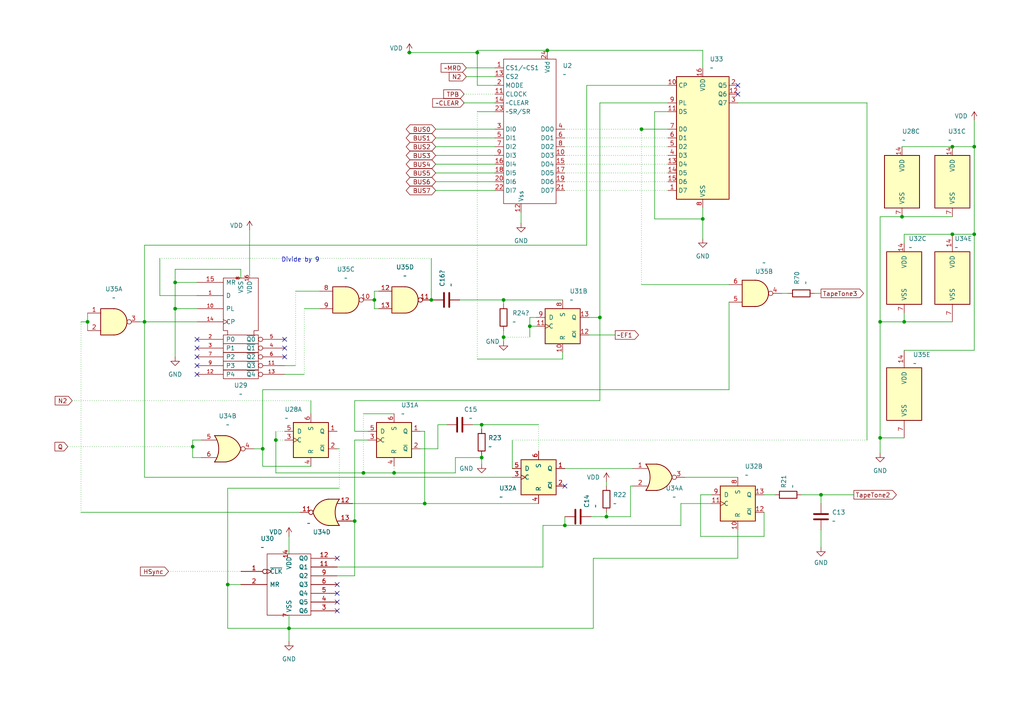
<source format=kicad_sch>
(kicad_sch (version 20211123) (generator eeschema)
  (paper "A4")
  (lib_symbols
    (symbol "4xxx:4001" (pin_names (offset 1.016))
      (property "Reference" "U" (at 0 1.27 0))
      (property "Value" "4001" (at 0 -1.27 0))
      (symbol "4001_1_1"
        (arc (start -3.81 -3.81) (mid -2.589 0) (end -3.81 3.81) (stroke (width 0.254)))
        (arc (start -0.6096 -3.81) (mid 2.1842 -2.5851) (end 3.81 0) (stroke (width 0.254)) (fill (type background)))
        (polyline (pts (xy -3.81 -3.81) (xy -0.635 -3.81)) (stroke (width 0.254)) (fill (type background)))
        (polyline (pts (xy -3.81 3.81) (xy -0.635 3.81)) (stroke (width 0.254)) (fill (type background)))
        (polyline (pts (xy -0.635 3.81) (xy -3.81 3.81) (xy -3.81 3.81) (xy -3.556 3.4036) (xy -3.0226 2.2606) (xy -2.6924 1.0414) (xy -2.6162 -0.254) (xy -2.7686 -1.4986) (xy -3.175 -2.7178) (xy -3.81 -3.81) (xy -3.81 -3.81) (xy -0.635 -3.81)) (stroke (width -25.4)) (fill (type background)))
        (arc (start 3.81 0) (mid 2.1915 2.5936) (end -0.6096 3.81) (stroke (width 0.254)) (fill (type background)))
        (pin input line (at -7.62 2.54 0) (length 4.318) (name "~") (number "1"))
        (pin input line (at -7.62 -2.54 0) (length 4.318) (name "~") (number "2"))
        (pin output inverted (at 7.62 0 180) (length 3.81) (name "~") (number "3"))
      )
      (symbol "4001_1_2"
        (arc (start 0 -3.81) (mid 3.81 0) (end 0 3.81) (stroke (width 0.254)) (fill (type background)))
        (polyline (pts (xy 0 3.81) (xy -3.81 3.81) (xy -3.81 -3.81) (xy 0 -3.81)) (stroke (width 0.254)) (fill (type background)))
        (pin input inverted (at -7.62 2.54 0) (length 3.81) (name "~") (number "1"))
        (pin input inverted (at -7.62 -2.54 0) (length 3.81) (name "~") (number "2"))
        (pin output line (at 7.62 0 180) (length 3.81) (name "~") (number "3"))
      )
      (symbol "4001_2_1"
        (arc (start -3.81 -3.81) (mid -2.589 0) (end -3.81 3.81) (stroke (width 0.254)))
        (arc (start -0.6096 -3.81) (mid 2.1842 -2.5851) (end 3.81 0) (stroke (width 0.254)) (fill (type background)))
        (polyline (pts (xy -3.81 -3.81) (xy -0.635 -3.81)) (stroke (width 0.254)) (fill (type background)))
        (polyline (pts (xy -3.81 3.81) (xy -0.635 3.81)) (stroke (width 0.254)) (fill (type background)))
        (polyline (pts (xy -0.635 3.81) (xy -3.81 3.81) (xy -3.81 3.81) (xy -3.556 3.4036) (xy -3.0226 2.2606) (xy -2.6924 1.0414) (xy -2.6162 -0.254) (xy -2.7686 -1.4986) (xy -3.175 -2.7178) (xy -3.81 -3.81) (xy -3.81 -3.81) (xy -0.635 -3.81)) (stroke (width -25.4)) (fill (type background)))
        (arc (start 3.81 0) (mid 2.1915 2.5936) (end -0.6096 3.81) (stroke (width 0.254)) (fill (type background)))
        (pin output inverted (at 7.62 0 180) (length 3.81) (name "~") (number "4"))
        (pin input line (at -7.62 2.54 0) (length 4.318) (name "~") (number "5"))
        (pin input line (at -7.62 -2.54 0) (length 4.318) (name "~") (number "6"))
      )
      (symbol "4001_2_2"
        (arc (start 0 -3.81) (mid 3.81 0) (end 0 3.81) (stroke (width 0.254)) (fill (type background)))
        (polyline (pts (xy 0 3.81) (xy -3.81 3.81) (xy -3.81 -3.81) (xy 0 -3.81)) (stroke (width 0.254)) (fill (type background)))
        (pin output line (at 7.62 0 180) (length 3.81) (name "~") (number "4"))
        (pin input inverted (at -7.62 2.54 0) (length 3.81) (name "~") (number "5"))
        (pin input inverted (at -7.62 -2.54 0) (length 3.81) (name "~") (number "6"))
      )
      (symbol "4001_3_1"
        (arc (start -3.81 -3.81) (mid -2.589 0) (end -3.81 3.81) (stroke (width 0.254)))
        (arc (start -0.6096 -3.81) (mid 2.1842 -2.5851) (end 3.81 0) (stroke (width 0.254)) (fill (type background)))
        (polyline (pts (xy -3.81 -3.81) (xy -0.635 -3.81)) (stroke (width 0.254)) (fill (type background)))
        (polyline (pts (xy -3.81 3.81) (xy -0.635 3.81)) (stroke (width 0.254)) (fill (type background)))
        (polyline (pts (xy -0.635 3.81) (xy -3.81 3.81) (xy -3.81 3.81) (xy -3.556 3.4036) (xy -3.0226 2.2606) (xy -2.6924 1.0414) (xy -2.6162 -0.254) (xy -2.7686 -1.4986) (xy -3.175 -2.7178) (xy -3.81 -3.81) (xy -3.81 -3.81) (xy -0.635 -3.81)) (stroke (width -25.4)) (fill (type background)))
        (arc (start 3.81 0) (mid 2.1915 2.5936) (end -0.6096 3.81) (stroke (width 0.254)) (fill (type background)))
        (pin output inverted (at 7.62 0 180) (length 3.81) (name "~") (number "10"))
        (pin input line (at -7.62 2.54 0) (length 4.318) (name "~") (number "8"))
        (pin input line (at -7.62 -2.54 0) (length 4.318) (name "~") (number "9"))
      )
      (symbol "4001_3_2"
        (arc (start 0 -3.81) (mid 3.81 0) (end 0 3.81) (stroke (width 0.254)) (fill (type background)))
        (polyline (pts (xy 0 3.81) (xy -3.81 3.81) (xy -3.81 -3.81) (xy 0 -3.81)) (stroke (width 0.254)) (fill (type background)))
        (pin output line (at 7.62 0 180) (length 3.81) (name "~") (number "10"))
        (pin input inverted (at -7.62 2.54 0) (length 3.81) (name "~") (number "8"))
        (pin input inverted (at -7.62 -2.54 0) (length 3.81) (name "~") (number "9"))
      )
      (symbol "4001_4_1"
        (arc (start -3.81 -3.81) (mid -2.589 0) (end -3.81 3.81) (stroke (width 0.254)))
        (arc (start -0.6096 -3.81) (mid 2.1842 -2.5851) (end 3.81 0) (stroke (width 0.254)) (fill (type background)))
        (polyline (pts (xy -3.81 -3.81) (xy -0.635 -3.81)) (stroke (width 0.254)) (fill (type background)))
        (polyline (pts (xy -3.81 3.81) (xy -0.635 3.81)) (stroke (width 0.254)) (fill (type background)))
        (polyline (pts (xy -0.635 3.81) (xy -3.81 3.81) (xy -3.81 3.81) (xy -3.556 3.4036) (xy -3.0226 2.2606) (xy -2.6924 1.0414) (xy -2.6162 -0.254) (xy -2.7686 -1.4986) (xy -3.175 -2.7178) (xy -3.81 -3.81) (xy -3.81 -3.81) (xy -0.635 -3.81)) (stroke (width -25.4)) (fill (type background)))
        (arc (start 3.81 0) (mid 2.1915 2.5936) (end -0.6096 3.81) (stroke (width 0.254)) (fill (type background)))
        (pin output inverted (at 7.62 0 180) (length 3.81) (name "~") (number "11"))
        (pin input line (at -7.62 2.54 0) (length 4.318) (name "~") (number "12"))
        (pin input line (at -7.62 -2.54 0) (length 4.318) (name "~") (number "13"))
      )
      (symbol "4001_4_2"
        (arc (start 0 -3.81) (mid 3.81 0) (end 0 3.81) (stroke (width 0.254)) (fill (type background)))
        (polyline (pts (xy 0 3.81) (xy -3.81 3.81) (xy -3.81 -3.81) (xy 0 -3.81)) (stroke (width 0.254)) (fill (type background)))
        (pin output line (at 7.62 0 180) (length 3.81) (name "~") (number "11"))
        (pin input inverted (at -7.62 2.54 0) (length 3.81) (name "~") (number "12"))
        (pin input inverted (at -7.62 -2.54 0) (length 3.81) (name "~") (number "13"))
      )
      (symbol "4001_5_0"
        (pin power_in line (at 0 12.7 270) (length 5.08) (name "VDD") (number "14"))
        (pin power_in line (at 0 -12.7 90) (length 5.08) (name "VSS") (number "7"))
      )
      (symbol "4001_5_1"
        (rectangle (start -5.08 7.62) (end 5.08 -7.62) (stroke (width 0.254)) (fill (type background)))
      )
    )
    (symbol "4xxx:4011" (pin_names (offset 1.016))
      (property "Reference" "U" (at 0 1.27 0))
      (property "Value" "4011" (at 0 -1.27 0))
      (symbol "4011_1_1"
        (arc (start 0 -3.81) (mid 3.81 0) (end 0 3.81) (stroke (width 0.254)) (fill (type background)))
        (polyline (pts (xy 0 3.81) (xy -3.81 3.81) (xy -3.81 -3.81) (xy 0 -3.81)) (stroke (width 0.254)) (fill (type background)))
        (pin input line (at -7.62 2.54 0) (length 3.81) (name "~") (number "1"))
        (pin input line (at -7.62 -2.54 0) (length 3.81) (name "~") (number "2"))
        (pin output inverted (at 7.62 0 180) (length 3.81) (name "~") (number "3"))
      )
      (symbol "4011_1_2"
        (arc (start -3.81 -3.81) (mid -2.589 0) (end -3.81 3.81) (stroke (width 0.254)))
        (arc (start -0.6096 -3.81) (mid 2.1842 -2.5851) (end 3.81 0) (stroke (width 0.254)) (fill (type background)))
        (polyline (pts (xy -3.81 -3.81) (xy -0.635 -3.81)) (stroke (width 0.254)) (fill (type background)))
        (polyline (pts (xy -3.81 3.81) (xy -0.635 3.81)) (stroke (width 0.254)) (fill (type background)))
        (polyline (pts (xy -0.635 3.81) (xy -3.81 3.81) (xy -3.81 3.81) (xy -3.556 3.4036) (xy -3.0226 2.2606) (xy -2.6924 1.0414) (xy -2.6162 -0.254) (xy -2.7686 -1.4986) (xy -3.175 -2.7178) (xy -3.81 -3.81) (xy -3.81 -3.81) (xy -0.635 -3.81)) (stroke (width -25.4)) (fill (type background)))
        (arc (start 3.81 0) (mid 2.1915 2.5936) (end -0.6096 3.81) (stroke (width 0.254)) (fill (type background)))
        (pin input inverted (at -7.62 2.54 0) (length 4.318) (name "~") (number "1"))
        (pin input inverted (at -7.62 -2.54 0) (length 4.318) (name "~") (number "2"))
        (pin output line (at 7.62 0 180) (length 3.81) (name "~") (number "3"))
      )
      (symbol "4011_2_1"
        (arc (start 0 -3.81) (mid 3.81 0) (end 0 3.81) (stroke (width 0.254)) (fill (type background)))
        (polyline (pts (xy 0 3.81) (xy -3.81 3.81) (xy -3.81 -3.81) (xy 0 -3.81)) (stroke (width 0.254)) (fill (type background)))
        (pin output inverted (at 7.62 0 180) (length 3.81) (name "~") (number "4"))
        (pin input line (at -7.62 2.54 0) (length 3.81) (name "~") (number "5"))
        (pin input line (at -7.62 -2.54 0) (length 3.81) (name "~") (number "6"))
      )
      (symbol "4011_2_2"
        (arc (start -3.81 -3.81) (mid -2.589 0) (end -3.81 3.81) (stroke (width 0.254)))
        (arc (start -0.6096 -3.81) (mid 2.1842 -2.5851) (end 3.81 0) (stroke (width 0.254)) (fill (type background)))
        (polyline (pts (xy -3.81 -3.81) (xy -0.635 -3.81)) (stroke (width 0.254)) (fill (type background)))
        (polyline (pts (xy -3.81 3.81) (xy -0.635 3.81)) (stroke (width 0.254)) (fill (type background)))
        (polyline (pts (xy -0.635 3.81) (xy -3.81 3.81) (xy -3.81 3.81) (xy -3.556 3.4036) (xy -3.0226 2.2606) (xy -2.6924 1.0414) (xy -2.6162 -0.254) (xy -2.7686 -1.4986) (xy -3.175 -2.7178) (xy -3.81 -3.81) (xy -3.81 -3.81) (xy -0.635 -3.81)) (stroke (width -25.4)) (fill (type background)))
        (arc (start 3.81 0) (mid 2.1915 2.5936) (end -0.6096 3.81) (stroke (width 0.254)) (fill (type background)))
        (pin output line (at 7.62 0 180) (length 3.81) (name "~") (number "4"))
        (pin input inverted (at -7.62 2.54 0) (length 4.318) (name "~") (number "5"))
        (pin input inverted (at -7.62 -2.54 0) (length 4.318) (name "~") (number "6"))
      )
      (symbol "4011_3_1"
        (arc (start 0 -3.81) (mid 3.81 0) (end 0 3.81) (stroke (width 0.254)) (fill (type background)))
        (polyline (pts (xy 0 3.81) (xy -3.81 3.81) (xy -3.81 -3.81) (xy 0 -3.81)) (stroke (width 0.254)) (fill (type background)))
        (pin output inverted (at 7.62 0 180) (length 3.81) (name "~") (number "10"))
        (pin input line (at -7.62 2.54 0) (length 3.81) (name "~") (number "8"))
        (pin input line (at -7.62 -2.54 0) (length 3.81) (name "~") (number "9"))
      )
      (symbol "4011_3_2"
        (arc (start -3.81 -3.81) (mid -2.589 0) (end -3.81 3.81) (stroke (width 0.254)))
        (arc (start -0.6096 -3.81) (mid 2.1842 -2.5851) (end 3.81 0) (stroke (width 0.254)) (fill (type background)))
        (polyline (pts (xy -3.81 -3.81) (xy -0.635 -3.81)) (stroke (width 0.254)) (fill (type background)))
        (polyline (pts (xy -3.81 3.81) (xy -0.635 3.81)) (stroke (width 0.254)) (fill (type background)))
        (polyline (pts (xy -0.635 3.81) (xy -3.81 3.81) (xy -3.81 3.81) (xy -3.556 3.4036) (xy -3.0226 2.2606) (xy -2.6924 1.0414) (xy -2.6162 -0.254) (xy -2.7686 -1.4986) (xy -3.175 -2.7178) (xy -3.81 -3.81) (xy -3.81 -3.81) (xy -0.635 -3.81)) (stroke (width -25.4)) (fill (type background)))
        (arc (start 3.81 0) (mid 2.1915 2.5936) (end -0.6096 3.81) (stroke (width 0.254)) (fill (type background)))
        (pin output line (at 7.62 0 180) (length 3.81) (name "~") (number "10"))
        (pin input inverted (at -7.62 2.54 0) (length 4.318) (name "~") (number "8"))
        (pin input inverted (at -7.62 -2.54 0) (length 4.318) (name "~") (number "9"))
      )
      (symbol "4011_4_1"
        (arc (start 0 -3.81) (mid 3.81 0) (end 0 3.81) (stroke (width 0.254)) (fill (type background)))
        (polyline (pts (xy 0 3.81) (xy -3.81 3.81) (xy -3.81 -3.81) (xy 0 -3.81)) (stroke (width 0.254)) (fill (type background)))
        (pin output inverted (at 7.62 0 180) (length 3.81) (name "~") (number "11"))
        (pin input line (at -7.62 2.54 0) (length 3.81) (name "~") (number "12"))
        (pin input line (at -7.62 -2.54 0) (length 3.81) (name "~") (number "13"))
      )
      (symbol "4011_4_2"
        (arc (start -3.81 -3.81) (mid -2.589 0) (end -3.81 3.81) (stroke (width 0.254)))
        (arc (start -0.6096 -3.81) (mid 2.1842 -2.5851) (end 3.81 0) (stroke (width 0.254)) (fill (type background)))
        (polyline (pts (xy -3.81 -3.81) (xy -0.635 -3.81)) (stroke (width 0.254)) (fill (type background)))
        (polyline (pts (xy -3.81 3.81) (xy -0.635 3.81)) (stroke (width 0.254)) (fill (type background)))
        (polyline (pts (xy -0.635 3.81) (xy -3.81 3.81) (xy -3.81 3.81) (xy -3.556 3.4036) (xy -3.0226 2.2606) (xy -2.6924 1.0414) (xy -2.6162 -0.254) (xy -2.7686 -1.4986) (xy -3.175 -2.7178) (xy -3.81 -3.81) (xy -3.81 -3.81) (xy -0.635 -3.81)) (stroke (width -25.4)) (fill (type background)))
        (arc (start 3.81 0) (mid 2.1915 2.5936) (end -0.6096 3.81) (stroke (width 0.254)) (fill (type background)))
        (pin output line (at 7.62 0 180) (length 3.81) (name "~") (number "11"))
        (pin input inverted (at -7.62 2.54 0) (length 4.318) (name "~") (number "12"))
        (pin input inverted (at -7.62 -2.54 0) (length 4.318) (name "~") (number "13"))
      )
      (symbol "4011_5_0"
        (pin power_in line (at 0 12.7 270) (length 5.08) (name "VDD") (number "14"))
        (pin power_in line (at 0 -12.7 90) (length 5.08) (name "VSS") (number "7"))
      )
      (symbol "4011_5_1"
        (rectangle (start -5.08 7.62) (end 5.08 -7.62) (stroke (width 0.254)) (fill (type background)))
      )
    )
    (symbol "4xxx:4013" (pin_names (offset 1.016))
      (property "Reference" "U" (at -7.62 8.89 0))
      (property "Value" "4013" (at -7.62 -8.89 0))
      (symbol "4013_1_1"
        (rectangle (start -5.08 5.08) (end 5.08 -5.08) (stroke (width 0.254)) (fill (type background)))
        (pin output line (at 7.62 2.54 180) (length 2.54) (name "Q") (number "1"))
        (pin output line (at 7.62 -2.54 180) (length 2.54) (name "~{Q}") (number "2"))
        (pin input clock (at -7.62 0 0) (length 2.54) (name "C") (number "3"))
        (pin input line (at 0 -7.62 90) (length 2.54) (name "R") (number "4"))
        (pin input line (at -7.62 2.54 0) (length 2.54) (name "D") (number "5"))
        (pin input line (at 0 7.62 270) (length 2.54) (name "S") (number "6"))
      )
      (symbol "4013_2_1"
        (rectangle (start -5.08 5.08) (end 5.08 -5.08) (stroke (width 0.254)) (fill (type background)))
        (pin input line (at 0 -7.62 90) (length 2.54) (name "R") (number "10"))
        (pin input clock (at -7.62 0 0) (length 2.54) (name "C") (number "11"))
        (pin output line (at 7.62 -2.54 180) (length 2.54) (name "~{Q}") (number "12"))
        (pin output line (at 7.62 2.54 180) (length 2.54) (name "Q") (number "13"))
        (pin input line (at 0 7.62 270) (length 2.54) (name "S") (number "8"))
        (pin input line (at -7.62 2.54 0) (length 2.54) (name "D") (number "9"))
      )
      (symbol "4013_3_0"
        (pin power_in line (at 0 10.16 270) (length 2.54) (name "VDD") (number "14"))
        (pin power_in line (at 0 -10.16 90) (length 2.54) (name "VSS") (number "7"))
      )
      (symbol "4013_3_1"
        (rectangle (start -5.08 7.62) (end 5.08 -7.62) (stroke (width 0.254)) (fill (type background)))
      )
    )
    (symbol "4xxx:4021"
      (property "Reference" "U" (at -5.08 19.05 0))
      (property "Value" "4021" (at 3.81 19.05 0))
      (symbol "4021_0_1"
        (rectangle (start -7.62 17.78) (end 7.62 -17.78) (stroke (width 0.254)) (fill (type background)))
      )
      (symbol "4021_1_1"
        (pin input line (at -10.16 -15.24 0) (length 2.54) (name "D7") (number "1"))
        (pin input line (at -10.16 15.24 0) (length 2.54) (name "CP") (number "10"))
        (pin input line (at -10.16 7.62 0) (length 2.54) (name "DS") (number "11"))
        (pin output line (at 10.16 12.7 180) (length 2.54) (name "Q6") (number "12"))
        (pin input line (at -10.16 -7.62 0) (length 2.54) (name "D4") (number "13"))
        (pin input line (at -10.16 -10.16 0) (length 2.54) (name "D5") (number "14"))
        (pin input line (at -10.16 -12.7 0) (length 2.54) (name "D6") (number "15"))
        (pin power_in line (at 0 20.32 270) (length 2.54) (name "VDD") (number "16"))
        (pin output line (at 10.16 15.24 180) (length 2.54) (name "Q5") (number "2"))
        (pin output line (at 10.16 10.16 180) (length 2.54) (name "Q7") (number "3"))
        (pin input line (at -10.16 -5.08 0) (length 2.54) (name "D3") (number "4"))
        (pin input line (at -10.16 -2.54 0) (length 2.54) (name "D2") (number "5"))
        (pin input line (at -10.16 0 0) (length 2.54) (name "D1") (number "6"))
        (pin input line (at -10.16 2.54 0) (length 2.54) (name "D0") (number "7"))
        (pin power_in line (at 0 -20.32 90) (length 2.54) (name "VSS") (number "8"))
        (pin input line (at -10.16 10.16 0) (length 2.54) (name "PL") (number "9"))
      )
    )
    (symbol "4xxx_IEEE:4018" (pin_names (offset 0.762))
      (property "Reference" "U" (at 8.89 11.43 0))
      (property "Value" "4018" (at 10.16 -17.78 0))
      (symbol "4018_0_1"
        (rectangle (start -5.08 -13.97) (end 5.08 -16.51))
        (rectangle (start -5.08 -11.43) (end 5.08 -13.97))
        (rectangle (start -5.08 -8.89) (end 5.08 -11.43))
        (rectangle (start -5.08 -6.35) (end 5.08 -8.89))
        (rectangle (start -5.08 -3.81) (end 5.08 -6.35))
        (polyline (pts (xy -3.81 -3.81) (xy -3.81 -2.54) (xy -5.08 -2.54) (xy -5.08 12.7) (xy 5.08 12.7) (xy 5.08 -2.54) (xy 3.81 -2.54) (xy 3.81 -3.81) (xy 3.81 -3.81)))
      )
      (symbol "4018_1_1"
        (pin input line (at -12.7 7.62 0) (length 7.62) (name "D") (number "1"))
        (pin input line (at -12.7 3.81 0) (length 7.62) (name "PL") (number "10"))
        (pin output inverted (at 12.7 -12.7 180) (length 7.62) (name "~{Q3}") (number "11"))
        (pin input line (at -12.7 -15.24 0) (length 7.62) (name "P4") (number "12"))
        (pin output inverted (at 12.7 -15.24 180) (length 7.62) (name "~{Q4}") (number "13"))
        (pin input clock (at -12.7 0 0) (length 7.62) (name "CP") (number "14"))
        (pin input line (at -12.7 11.43 0) (length 7.62) (name "MR") (number "15"))
        (pin power_in line (at 2.54 12.7 270) (length 0) (name "VDD") (number "16"))
        (pin input line (at -12.7 -5.08 0) (length 7.62) (name "P0") (number "2"))
        (pin input line (at -12.7 -7.62 0) (length 7.62) (name "P1") (number "3"))
        (pin output inverted (at 12.7 -7.62 180) (length 7.62) (name "~{Q1}") (number "4"))
        (pin output inverted (at 12.7 -5.08 180) (length 7.62) (name "~{Q0}") (number "5"))
        (pin output inverted (at 12.7 -10.16 180) (length 7.62) (name "~{Q2}") (number "6"))
        (pin input line (at -12.7 -10.16 0) (length 7.62) (name "P2") (number "7"))
        (pin power_in line (at 0 12.7 270) (length 0) (name "VSS") (number "8"))
        (pin input line (at -12.7 -12.7 0) (length 7.62) (name "P3") (number "9"))
      )
    )
    (symbol "4xxx_IEEE:4024" (pin_names (offset 0.762))
      (property "Reference" "U" (at 5.08 11.43 0))
      (property "Value" "4024" (at 10.16 -10.16 0))
      (symbol "4024_0_0"
        (rectangle (start -6.35 10.16) (end 6.35 -7.62))
        (pin power_in line (at 0 10.16 270) (length 0) (name "VDD") (number "14"))
        (pin power_in line (at 0 -7.62 90) (length 0) (name "VSS") (number "7"))
      )
      (symbol "4024_1_1"
        (pin input inverted_clock (at -13.97 5.08 0) (length 7.62) (name "~{CLK}") (number "1"))
        (pin output line (at 13.97 6.35 180) (length 7.62) (name "Q1") (number "11"))
        (pin output line (at 13.97 8.89 180) (length 7.62) (name "Q0") (number "12"))
        (pin input line (at -13.97 1.27 0) (length 7.62) (name "MR") (number "2"))
        (pin output line (at 13.97 -6.35 180) (length 7.62) (name "Q6") (number "3"))
        (pin output line (at 13.97 -3.81 180) (length 7.62) (name "Q5") (number "4"))
        (pin output line (at 13.97 -1.27 180) (length 7.62) (name "Q4") (number "5"))
        (pin output line (at 13.97 1.27 180) (length 7.62) (name "Q3") (number "6"))
        (pin output line (at 13.97 3.81 180) (length 7.62) (name "Q2") (number "9"))
      )
    )
    (symbol "Device:C" (pin_numbers hide) (pin_names (offset 0.254))
      (property "Reference" "C" (at 0.635 2.54 0))
      (property "Value" "C" (at 0.635 -2.54 0))
      (symbol "C_0_1"
        (polyline (pts (xy -2.032 -0.762) (xy 2.032 -0.762)) (stroke (width 0.508)))
        (polyline (pts (xy -2.032 0.762) (xy 2.032 0.762)) (stroke (width 0.508)))
      )
      (symbol "C_1_1"
        (pin passive line (at 0 3.81 270) (length 2.794) (name "~") (number "1"))
        (pin passive line (at 0 -3.81 90) (length 2.794) (name "~") (number "2"))
      )
    )
    (symbol "Device:R" (pin_numbers hide) (pin_names (offset 0))
      (property "Reference" "R" (at 2.032 0 90))
      (property "Value" "R" (at 0 0 90))
      (symbol "R_0_1"
        (rectangle (start -1.016 -2.54) (end 1.016 2.54) (stroke (width 0.254)))
      )
      (symbol "R_1_1"
        (pin passive line (at 0 3.81 270) (length 1.27) (name "~") (number "1"))
        (pin passive line (at 0 -3.81 90) (length 1.27) (name "~") (number "2"))
      )
    )
    (symbol "New_Library:CDP1852"
      (property "Reference" "U" (at 0 21.59 0))
      (property "Value" "CDP1852" (at 0 24.13 0))
      (symbol "CDP1852_0_1"
        (rectangle (start -7.62 19.05) (end 7.62 -22.86))
      )
      (symbol "CDP1852_1_1"
        (pin input line (at -10.16 16.51 0) (length 2.54) (name "CS1/~CS1") (number "1"))
        (pin output line (at 10.16 -8.89 180) (length 2.54) (name "DO3") (number "10"))
        (pin input line (at -10.16 8.89 0) (length 2.54) (name "CLOCK") (number "11"))
        (pin power_in line (at -2.54 -25.4 90) (length 2.54) (name "Vss") (number "12"))
        (pin input line (at -10.16 13.97 0) (length 2.54) (name "CS2") (number "13"))
        (pin input line (at -10.16 6.35 0) (length 2.54) (name "~CLEAR") (number "14"))
        (pin output line (at 10.16 -11.43 180) (length 2.54) (name "DO4") (number "15"))
        (pin input line (at -10.16 -11.43 0) (length 2.54) (name "DI4") (number "16"))
        (pin output line (at 10.16 -13.97 180) (length 2.54) (name "DO5") (number "17"))
        (pin input line (at -10.16 -13.97 0) (length 2.54) (name "DI5") (number "18"))
        (pin output line (at 10.16 -16.51 180) (length 2.54) (name "DO6") (number "19"))
        (pin input line (at -10.16 11.43 0) (length 2.54) (name "MODE") (number "2"))
        (pin input line (at -10.16 -16.51 0) (length 2.54) (name "DI6") (number "20"))
        (pin output line (at 10.16 -19.05 180) (length 2.54) (name "DO7") (number "21"))
        (pin input line (at -10.16 -19.05 0) (length 2.54) (name "DI7") (number "22"))
        (pin input line (at -10.16 3.81 0) (length 2.54) (name "~SR/SR") (number "23"))
        (pin power_in line (at 5.08 21.59 270) (length 2.54) (name "Vdd") (number "24"))
        (pin input line (at -10.16 -1.27 0) (length 2.54) (name "DI0") (number "3"))
        (pin output line (at 10.16 -1.27 180) (length 2.54) (name "DO0") (number "4"))
        (pin input line (at -10.16 -3.81 0) (length 2.54) (name "DI1") (number "5"))
        (pin output line (at 10.16 -3.81 180) (length 2.54) (name "DO1") (number "6"))
        (pin input line (at -10.16 -6.35 0) (length 2.54) (name "DI2") (number "7"))
        (pin output line (at 10.16 -6.35 180) (length 2.54) (name "DO2") (number "8"))
        (pin input line (at -10.16 -8.89 0) (length 2.54) (name "DI3") (number "9"))
      )
    )
    (symbol "power:GND" (power) (pin_names (offset 0))
      (property "Value" "GND" (at 0 -3.81 0))
      (symbol "GND_0_1"
        (polyline (pts (xy 0 0) (xy 0 -1.27) (xy 1.27 -1.27) (xy 0 -2.54) (xy -1.27 -1.27) (xy 0 -1.27)))
      )
      (symbol "GND_1_1"
        (pin power_in line (at 0 0 270) (length 0) hide (name "GND") (number "1"))
      )
    )
    (symbol "power:VDD" (power) (pin_names (offset 0))
      (property "Value" "VDD" (at 0 3.81 0))
      (symbol "VDD_0_1"
        (polyline (pts (xy -0.762 1.27) (xy 0 2.54)))
        (polyline (pts (xy 0 0) (xy 0 2.54)))
        (polyline (pts (xy 0 2.54) (xy 0.762 1.27)))
      )
      (symbol "VDD_1_1"
        (pin power_in line (at 0 0 90) (length 0) hide (name "VDD") (number "1"))
      )
    )
  )
  (junction (at 255.27 93.345))
  (junction (at 158.75 14.605))
  (junction (at 55.88 129.54))
  (junction (at 261.62 62.865))
  (junction (at 125.095 86.995))
  (junction (at 139.7 123.19))
  (junction (at 50.8 81.915))
  (junction (at 83.82 182.245))
  (junction (at 238.125 143.51))
  (junction (at 108.585 86.995))
  (junction (at 25.4 93.345))
  (junction (at 114.3 137.16))
  (junction (at 276.225 42.545))
  (junction (at 282.575 42.545))
  (junction (at 50.8 89.535))
  (junction (at 186.055 37.465))
  (junction (at 123.19 146.05))
  (junction (at 203.835 63.5))
  (junction (at 102.87 151.13))
  (junction (at 175.895 149.86))
  (junction (at 255.27 127))
  (junction (at 163.83 152.4))
  (junction (at 139.7 132.715))
  (junction (at 105.41 137.16))
  (junction (at 80.01 127.635))
  (junction (at 41.91 93.345))
  (junction (at 76.2 130.175))
  (junction (at 138.43 15.24))
  (junction (at 262.255 93.345))
  (junction (at 146.05 86.995))
  (junction (at 66.04 169.545))
  (junction (at 173.99 92.075))
  (junction (at 146.05 97.79))
  (junction (at 282.575 67.945))
  (junction (at 118.745 15.24))
  (junction (at 153.67 94.615))
  (junction (at 276.225 67.945))
  (no_connect (at 163.83 140.97))
  (no_connect (at 82.55 98.425))
  (no_connect (at 82.55 100.965))
  (no_connect (at 82.55 103.505))
  (no_connect (at 57.15 98.425))
  (no_connect (at 57.15 100.965))
  (no_connect (at 57.15 103.505))
  (no_connect (at 57.15 106.045))
  (no_connect (at 57.15 108.585))
  (no_connect (at 97.79 169.545))
  (no_connect (at 97.79 161.925))
  (no_connect (at 97.79 172.085))
  (no_connect (at 97.79 174.625))
  (no_connect (at 97.79 177.165))
  (no_connect (at 213.995 27.305))
  (no_connect (at 213.995 24.765))
  (wire (pts (xy 255.27 93.345) (xy 255.27 127)))
  (wire (pts (xy 157.48 164.465) (xy 157.48 152.4)))
  (wire (pts (xy 175.895 149.86) (xy 175.895 148.59)))
  (wire (pts (xy 69.85 80.645) (xy 69.85 78.105)))
  (wire (pts (xy 125.095 74.93) (xy 46.355 74.93)) (stroke (width 0) (type dot)))
  (wire (pts (xy 186.055 82.55) (xy 211.455 82.55)))
  (wire (pts (xy 153.67 92.075) (xy 153.67 94.615)))
  (wire (pts (xy 236.22 85.09) (xy 238.125 85.09)))
  (wire (pts (xy 146.05 86.995) (xy 146.05 88.265)))
  (wire (pts (xy 170.815 97.155) (xy 178.435 97.155)))
  (wire (pts (xy 146.05 97.79) (xy 153.67 97.79)) (stroke (width 0) (type dot)))
  (wire (pts (xy 135.255 19.685) (xy 143.51 19.685)))
  (wire (pts (xy 123.19 146.05) (xy 156.21 146.05)))
  (wire (pts (xy 262.255 90.805) (xy 262.255 93.345)))
  (wire (pts (xy 126.365 42.545) (xy 143.51 42.545)))
  (wire (pts (xy 238.125 143.51) (xy 238.125 146.05)))
  (wire (pts (xy 221.615 155.575) (xy 221.615 148.59)))
  (wire (pts (xy 121.92 130.175) (xy 127 130.175)))
  (wire (pts (xy 126.365 37.465) (xy 143.51 37.465)))
  (wire (pts (xy 85.725 106.045) (xy 82.55 106.045)))
  (wire (pts (xy 50.8 81.915) (xy 57.15 81.915)))
  (wire (pts (xy 197.485 152.4) (xy 197.485 146.05)))
  (wire (pts (xy 114.3 120.015) (xy 105.41 120.015)))
  (wire (pts (xy 151.13 61.595) (xy 151.13 64.77)))
  (wire (pts (xy 76.2 135.255) (xy 90.17 135.255)))
  (wire (pts (xy 127 123.19) (xy 129.54 123.19)))
  (wire (pts (xy 126.365 52.705) (xy 143.51 52.705)))
  (wire (pts (xy 55.88 129.54) (xy 55.88 132.715)))
  (wire (pts (xy 41.91 138.43) (xy 148.59 138.43)))
  (wire (pts (xy 261.62 62.865) (xy 255.27 62.865)))
  (wire (pts (xy 203.835 60.325) (xy 203.835 63.5)))
  (wire (pts (xy 80.01 137.16) (xy 105.41 137.16)))
  (wire (pts (xy 66.04 141.605) (xy 66.04 169.545)))
  (wire (pts (xy 46.355 74.93) (xy 46.355 85.725)))
  (wire (pts (xy 139.7 123.19) (xy 139.7 124.46)))
  (wire (pts (xy 238.125 143.51) (xy 247.65 143.51)))
  (wire (pts (xy 186.055 37.465) (xy 186.055 82.55)) (stroke (width 0) (type dot)))
  (wire (pts (xy 276.225 67.945) (xy 282.575 67.945)))
  (wire (pts (xy 102.87 127.635) (xy 106.68 127.635)))
  (wire (pts (xy 73.66 130.175) (xy 76.2 130.175)))
  (wire (pts (xy 118.745 15.24) (xy 138.43 15.24)))
  (wire (pts (xy 80.01 125.095) (xy 80.01 127.635)))
  (wire (pts (xy 198.755 138.43) (xy 213.995 138.43)))
  (wire (pts (xy 127 130.175) (xy 127 123.19)))
  (wire (pts (xy 146.05 95.885) (xy 146.05 97.79)))
  (wire (pts (xy 72.39 66.675) (xy 72.39 80.645)))
  (wire (pts (xy 102.87 127.635) (xy 102.87 151.13)))
  (wire (pts (xy 206.375 143.51) (xy 203.2 143.51)))
  (wire (pts (xy 282.575 34.925) (xy 282.575 42.545)))
  (wire (pts (xy 41.91 93.345) (xy 57.15 93.345)))
  (wire (pts (xy 203.835 14.605) (xy 203.835 19.685)))
  (wire (pts (xy 92.71 89.535) (xy 88.265 89.535)))
  (wire (pts (xy 69.85 78.105) (xy 50.8 78.105)))
  (wire (pts (xy 163.83 55.245) (xy 193.675 55.245)) (stroke (width 0) (type dot)))
  (wire (pts (xy 163.83 135.89) (xy 183.515 135.89)))
  (wire (pts (xy 126.365 55.245) (xy 143.51 55.245)))
  (wire (pts (xy 153.67 94.615) (xy 153.67 97.79)))
  (wire (pts (xy 108.585 89.535) (xy 109.855 89.535)))
  (wire (pts (xy 163.83 37.465) (xy 186.055 37.465)) (stroke (width 0) (type dot)))
  (wire (pts (xy 92.71 84.455) (xy 85.725 84.455)))
  (wire (pts (xy 118.11 15.24) (xy 118.745 15.24)))
  (wire (pts (xy 163.83 40.005) (xy 193.675 40.005)) (stroke (width 0) (type dot)))
  (wire (pts (xy 138.43 15.24) (xy 138.43 24.765)))
  (wire (pts (xy 114.3 137.16) (xy 132.08 137.16)))
  (wire (pts (xy 125.095 86.995) (xy 125.095 74.93)))
  (wire (pts (xy 134.62 29.845) (xy 143.51 29.845)))
  (wire (pts (xy 193.675 32.385) (xy 189.865 32.385)))
  (wire (pts (xy 262.255 93.345) (xy 276.225 93.345)))
  (wire (pts (xy 126.365 47.625) (xy 143.51 47.625)))
  (wire (pts (xy 163.83 152.4) (xy 197.485 152.4)))
  (wire (pts (xy 163.83 47.625) (xy 193.675 47.625)) (stroke (width 0) (type dot)))
  (wire (pts (xy 102.87 125.095) (xy 106.68 125.095)))
  (wire (pts (xy 76.2 113.03) (xy 76.2 130.175)))
  (wire (pts (xy 109.855 84.455) (xy 108.585 84.455)))
  (wire (pts (xy 23.495 148.59) (xy 23.495 93.345)) (stroke (width 0) (type dot)))
  (wire (pts (xy 80.01 127.635) (xy 82.55 127.635)) (stroke (width 0) (type dot)))
  (wire (pts (xy 156.21 123.19) (xy 156.21 130.81)) (stroke (width 0) (type dot)))
  (wire (pts (xy 139.7 123.19) (xy 156.21 123.19)))
  (wire (pts (xy 203.2 155.575) (xy 221.615 155.575)))
  (wire (pts (xy 255.27 93.345) (xy 262.255 93.345)))
  (wire (pts (xy 163.83 50.165) (xy 193.675 50.165)) (stroke (width 0) (type dot)))
  (wire (pts (xy 138.43 14.605) (xy 158.75 14.605)))
  (wire (pts (xy 83.82 182.245) (xy 172.085 182.245)))
  (wire (pts (xy 197.485 146.05) (xy 206.375 146.05)))
  (wire (pts (xy 153.67 94.615) (xy 155.575 94.615)))
  (wire (pts (xy 97.79 167.005) (xy 102.87 167.005)))
  (wire (pts (xy 211.455 87.63) (xy 211.455 113.03)))
  (wire (pts (xy 102.235 146.05) (xy 123.19 146.05)))
  (wire (pts (xy 232.41 143.51) (xy 238.125 143.51)))
  (wire (pts (xy 172.085 182.245) (xy 172.085 161.925)))
  (wire (pts (xy 57.15 85.725) (xy 46.355 85.725)))
  (wire (pts (xy 276.225 42.545) (xy 282.575 42.545)))
  (wire (pts (xy 85.725 84.455) (xy 85.725 106.045)) (stroke (width 0) (type dot)))
  (wire (pts (xy 213.995 153.67) (xy 213.995 161.925)))
  (wire (pts (xy 55.88 132.715) (xy 58.42 132.715)))
  (wire (pts (xy 163.195 104.14) (xy 138.43 104.14)))
  (wire (pts (xy 125.095 86.995) (xy 125.73 86.995)))
  (wire (pts (xy 102.235 151.13) (xy 102.87 151.13)))
  (wire (pts (xy 186.055 37.465) (xy 193.675 37.465)))
  (wire (pts (xy 146.05 86.995) (xy 163.195 86.995)))
  (wire (pts (xy 102.87 116.205) (xy 102.87 125.095)))
  (wire (pts (xy 134.62 27.305) (xy 143.51 27.305)) (stroke (width 0) (type dot)))
  (wire (pts (xy 126.365 50.165) (xy 143.51 50.165)))
  (wire (pts (xy 132.08 132.715) (xy 139.7 132.715)))
  (wire (pts (xy 83.82 178.435) (xy 83.82 182.245)))
  (wire (pts (xy 170.815 92.075) (xy 173.99 92.075)))
  (wire (pts (xy 138.43 32.385) (xy 143.51 32.385)))
  (wire (pts (xy 189.865 63.5) (xy 203.835 63.5)))
  (wire (pts (xy 121.92 125.095) (xy 123.19 125.095)))
  (wire (pts (xy 66.04 182.245) (xy 83.82 182.245)))
  (wire (pts (xy 23.495 93.345) (xy 25.4 93.345)))
  (wire (pts (xy 25.4 90.805) (xy 25.4 93.345)))
  (wire (pts (xy 25.4 93.345) (xy 25.4 95.885)))
  (wire (pts (xy 50.8 78.105) (xy 50.8 81.915)))
  (wire (pts (xy 157.48 152.4) (xy 163.83 152.4)))
  (wire (pts (xy 155.575 92.075) (xy 153.67 92.075)))
  (wire (pts (xy 182.88 140.97) (xy 183.515 140.97)))
  (wire (pts (xy 171.45 149.86) (xy 175.895 149.86)))
  (wire (pts (xy 83.82 155.575) (xy 83.82 160.655)))
  (wire (pts (xy 50.8 89.535) (xy 50.8 103.505)))
  (wire (pts (xy 262.255 101.6) (xy 282.575 101.6)))
  (wire (pts (xy 108.585 86.995) (xy 108.585 89.535)))
  (wire (pts (xy 172.085 161.925) (xy 213.995 161.925)))
  (wire (pts (xy 276.225 62.865) (xy 261.62 62.865)))
  (wire (pts (xy 170.18 24.765) (xy 170.18 71.12)))
  (wire (pts (xy 173.99 29.845) (xy 193.675 29.845)))
  (wire (pts (xy 126.365 40.005) (xy 143.51 40.005)))
  (wire (pts (xy 146.05 97.79) (xy 146.05 99.06)))
  (wire (pts (xy 143.51 24.765) (xy 138.43 24.765)))
  (wire (pts (xy 20.955 116.205) (xy 90.17 116.205)) (stroke (width 0) (type dot)))
  (wire (pts (xy 86.995 148.59) (xy 23.495 148.59)))
  (wire (pts (xy 170.18 24.765) (xy 193.675 24.765)))
  (wire (pts (xy 102.87 116.205) (xy 173.99 116.205)))
  (wire (pts (xy 158.75 14.605) (xy 203.835 14.605)))
  (wire (pts (xy 41.91 71.12) (xy 170.18 71.12)))
  (wire (pts (xy 123.19 125.095) (xy 123.19 146.05)))
  (wire (pts (xy 221.615 143.51) (xy 224.79 143.51)))
  (wire (pts (xy 173.99 116.205) (xy 173.99 92.075)))
  (wire (pts (xy 163.83 42.545) (xy 193.675 42.545)) (stroke (width 0) (type dot)))
  (wire (pts (xy 132.08 137.16) (xy 132.08 132.715)))
  (wire (pts (xy 105.41 137.16) (xy 114.3 137.16)))
  (wire (pts (xy 282.575 67.945) (xy 282.575 101.6)))
  (wire (pts (xy 262.255 70.485) (xy 262.255 67.945)))
  (wire (pts (xy 97.79 164.465) (xy 157.48 164.465)))
  (wire (pts (xy 137.16 123.19) (xy 139.7 123.19)))
  (wire (pts (xy 90.17 120.015) (xy 90.17 116.205)))
  (wire (pts (xy 139.7 132.715) (xy 139.7 134.62)))
  (wire (pts (xy 69.85 169.545) (xy 66.04 169.545)))
  (wire (pts (xy 88.265 89.535) (xy 88.265 108.585)) (stroke (width 0) (type dot)))
  (wire (pts (xy 163.83 45.085) (xy 193.675 45.085)) (stroke (width 0) (type dot)))
  (wire (pts (xy 211.455 113.03) (xy 76.2 113.03)))
  (wire (pts (xy 251.46 127.635) (xy 148.59 127.635)) (stroke (width 0) (type dot)))
  (wire (pts (xy 41.91 93.345) (xy 41.91 71.12)))
  (wire (pts (xy 50.8 89.535) (xy 57.15 89.535)))
  (wire (pts (xy 82.55 125.095) (xy 80.01 125.095)) (stroke (width 0) (type dot)))
  (wire (pts (xy 238.125 153.67) (xy 238.125 158.75)))
  (wire (pts (xy 80.01 127.635) (xy 80.01 137.16)))
  (wire (pts (xy 50.8 81.915) (xy 50.8 89.535)))
  (wire (pts (xy 19.685 129.54) (xy 55.88 129.54)) (stroke (width 0) (type dot)))
  (wire (pts (xy 108.585 84.455) (xy 108.585 86.995)))
  (wire (pts (xy 83.82 182.245) (xy 83.82 186.055)))
  (wire (pts (xy 163.83 149.86) (xy 163.83 152.4)))
  (wire (pts (xy 55.88 127.635) (xy 55.88 129.54)))
  (wire (pts (xy 97.79 130.175) (xy 98.425 130.175)))
  (wire (pts (xy 148.59 127.635) (xy 148.59 135.89)))
  (wire (pts (xy 203.835 63.5) (xy 203.835 69.215)))
  (wire (pts (xy 175.895 139.7) (xy 175.895 140.97)))
  (wire (pts (xy 262.255 127) (xy 255.27 127)))
  (wire (pts (xy 58.42 127.635) (xy 55.88 127.635)))
  (wire (pts (xy 107.95 86.995) (xy 108.585 86.995)))
  (wire (pts (xy 138.43 32.385) (xy 138.43 104.14)) (stroke (width 0) (type dot)))
  (wire (pts (xy 261.62 42.545) (xy 276.225 42.545)))
  (wire (pts (xy 98.425 141.605) (xy 66.04 141.605)))
  (wire (pts (xy 173.99 29.845) (xy 173.99 92.075)))
  (wire (pts (xy 213.995 29.845) (xy 251.46 29.845)))
  (wire (pts (xy 251.46 29.845) (xy 251.46 127.635)))
  (wire (pts (xy 66.04 169.545) (xy 66.04 182.245)))
  (wire (pts (xy 262.255 67.945) (xy 276.225 67.945)))
  (wire (pts (xy 163.195 102.235) (xy 163.195 104.14)))
  (wire (pts (xy 203.2 143.51) (xy 203.2 155.575)))
  (wire (pts (xy 41.91 93.345) (xy 41.91 138.43)))
  (wire (pts (xy 175.895 149.86) (xy 182.88 149.86)))
  (wire (pts (xy 102.87 151.13) (xy 102.87 167.005)))
  (wire (pts (xy 282.575 42.545) (xy 282.575 67.945)))
  (wire (pts (xy 138.43 14.605) (xy 138.43 15.24)))
  (wire (pts (xy 189.865 32.385) (xy 189.865 63.5)))
  (wire (pts (xy 135.255 22.225) (xy 143.51 22.225)))
  (wire (pts (xy 126.365 45.085) (xy 143.51 45.085)))
  (wire (pts (xy 40.64 93.345) (xy 41.91 93.345)))
  (wire (pts (xy 255.27 62.865) (xy 255.27 93.345)))
  (wire (pts (xy 76.2 130.175) (xy 76.2 135.255)))
  (wire (pts (xy 114.3 137.16) (xy 114.3 135.255)) (stroke (width 0) (type dot)))
  (wire (pts (xy 133.35 86.995) (xy 146.05 86.995)))
  (wire (pts (xy 255.27 127) (xy 255.27 131.445)))
  (wire (pts (xy 98.425 130.175) (xy 98.425 141.605)) (stroke (width 0) (type dot)))
  (wire (pts (xy 105.41 120.015) (xy 105.41 137.16)) (stroke (width 0) (type dot)))
  (wire (pts (xy 82.55 108.585) (xy 88.265 108.585)))
  (wire (pts (xy 182.88 140.97) (xy 182.88 149.86)))
  (wire (pts (xy 48.895 165.735) (xy 69.85 165.735)) (stroke (width 0) (type dot)))
  (wire (pts (xy 139.7 132.08) (xy 139.7 132.715)))
  (wire (pts (xy 226.695 85.09) (xy 228.6 85.09)))
  (wire (pts (xy 163.83 52.705) (xy 193.675 52.705)) (stroke (width 0) (type dot)))
  (text "Divide by 9" (at 92.71 76.2 180) (effects (font (size 1.27 1.27)) (justify right bottom)))
  (global_label "~EF1" (shape output) (at 178.435 97.155 0) (property "Intersheet References" "${INTERSHEET_REFS}" (effects hide)))
  (global_label "BUS3" (shape bidirectional) (at 126.365 45.085 180) (property "Intersheet References" "${INTERSHEET_REFS}" (effects hide)))
  (global_label "N2" (shape input) (at 20.955 116.205 180) (property "Intersheet References" "${INTERSHEET_REFS}" (effects hide)))
  (global_label "BUS0" (shape bidirectional) (at 126.365 37.465 180) (property "Intersheet References" "${INTERSHEET_REFS}" (effects hide)))
  (global_label "BUS5" (shape bidirectional) (at 126.365 50.165 180) (property "Intersheet References" "${INTERSHEET_REFS}" (effects hide)))
  (global_label "BUS6" (shape bidirectional) (at 126.365 52.705 180) (property "Intersheet References" "${INTERSHEET_REFS}" (effects hide)))
  (global_label "BUS1" (shape bidirectional) (at 126.365 40.005 180) (property "Intersheet References" "${INTERSHEET_REFS}" (effects hide)))
  (global_label "TapeTone3" (shape output) (at 238.125 85.09 0) (property "Intersheet References" "${INTERSHEET_REFS}" (effects hide)))
  (global_label "BUS7" (shape bidirectional) (at 126.365 55.245 180) (property "Intersheet References" "${INTERSHEET_REFS}" (effects hide)))
  (global_label "~CLEAR" (shape input) (at 134.62 29.845 180) (property "Intersheet References" "${INTERSHEET_REFS}" (effects hide)))
  (global_label "BUS4" (shape bidirectional) (at 126.365 47.625 180) (property "Intersheet References" "${INTERSHEET_REFS}" (effects hide)))
  (global_label "BUS2" (shape bidirectional) (at 126.365 42.545 180) (property "Intersheet References" "${INTERSHEET_REFS}" (effects hide)))
  (global_label "~MRD" (shape input) (at 135.255 19.685 180) (property "Intersheet References" "${INTERSHEET_REFS}" (effects hide)))
  (global_label "N2" (shape input) (at 135.255 22.225 180) (property "Intersheet References" "${INTERSHEET_REFS}" (effects hide)))
  (global_label "HSync" (shape input) (at 48.895 165.735 180) (property "Intersheet References" "${INTERSHEET_REFS}" (effects hide)))
  (global_label "TapeTone2" (shape output) (at 247.65 143.51 0) (property "Intersheet References" "${INTERSHEET_REFS}" (effects hide)))
  (global_label "Q" (shape input) (at 19.685 129.54 180) (property "Intersheet References" "${INTERSHEET_REFS}" (effects hide)))
  (global_label "TPB" (shape input) (at 134.62 27.305 180) (property "Intersheet References" "${INTERSHEET_REFS}" (effects hide)))
  (symbol (lib_id "4xxx:4013") (at 90.17 127.635 0) (unit 1)
    (property "Reference" "U28" (at 82.55 118.745 0) (effects (justify left)))
    (property "Value" "~" (at 82.55 121.285 0) (effects (justify left)))
    (property "Datasheet" "http://www.onsemi.com/pub/Collateral/MC14013B-D.PDF" (effects hide))
  )
  (symbol (lib_id "power:GND") (at 238.125 158.75 0) (unit 1)
    (property "Reference" "#PWR?" (effects hide))
    (property "Value" "~" (at 238.125 163.195 0))
  )
  (symbol (lib_id "4xxx:4001") (at 94.615 148.59 0) (mirror y) (unit 4)
    (property "Reference" "U34" (at 93.345 154.305 0))
    (property "Value" "~" (at 89.535 151.765 0))
    (property "Datasheet" "http://www.intersil.com/content/dam/Intersil/documents/cd40/cd4000bms-01bms-02bms-25bms.pdf" (effects hide))
  )
  (symbol (lib_id "4xxx:4013") (at 276.225 52.705 0) (unit 3)
    (property "Reference" "U31" (at 274.955 38.1 0) (effects (justify left)))
    (property "Value" "~" (at 274.955 40.64 0) (effects (justify left)))
    (property "Datasheet" "http://www.onsemi.com/pub/Collateral/MC14013B-D.PDF" (effects hide))
  )
  (symbol (lib_id "Device:C") (at 167.64 149.86 90) (unit 1)
    (property "Reference" "C14" (at 170.18 147.32 0) (effects (justify left)))
    (property "Value" "~" (at 172.72 147.32 0) (effects (justify left)))
  )
  (symbol (lib_id "4xxx_IEEE:4018") (at 69.85 93.345 0) (unit 1)
    (property "Reference" "U29" (at 69.85 111.76 0))
    (property "Value" "~" (at 69.85 114.3 0))
  )
  (symbol (lib_id "Device:C") (at 129.54 86.995 90) (unit 1)
    (property "Reference" "C16?" (at 128.2699 83.185 0) (effects (justify left)))
    (property "Value" "~" (at 130.8099 83.185 0) (effects (justify left)))
  )
  (symbol (lib_id "4xxx_IEEE:4024") (at 83.82 170.815 0) (unit 1)
    (property "Reference" "U30" (at 75.565 156.21 0) (effects (justify left)))
    (property "Value" "~" (at 75.565 158.75 0) (effects (justify left)))
  )
  (symbol (lib_id "4xxx:4013") (at 261.62 52.705 0) (unit 3)
    (property "Reference" "U28" (at 261.62 38.1 0) (effects (justify left)))
    (property "Value" "~" (at 261.62 40.64 0) (effects (justify left)))
    (property "Datasheet" "http://www.onsemi.com/pub/Collateral/MC14013B-D.PDF" (effects hide))
  )
  (symbol (lib_id "4xxx:4001") (at 191.135 138.43 0) (unit 1)
    (property "Reference" "U34" (at 195.58 141.605 0))
    (property "Value" "~" (at 195.58 144.145 0))
    (property "Datasheet" "http://www.intersil.com/content/dam/Intersil/documents/cd40/cd4000bms-01bms-02bms-25bms.pdf" (effects hide))
  )
  (symbol (lib_id "4xxx:4011") (at 117.475 86.995 0) (unit 4)
    (property "Reference" "U35" (at 117.475 77.47 0))
    (property "Value" "~" (at 117.475 80.01 0))
    (property "Datasheet" "http://www.intersil.com/content/dam/Intersil/documents/cd40/cd4011bms-12bms-23bms.pdf" (effects hide))
  )
  (symbol (lib_id "power:GND") (at 151.13 64.77 0) (unit 1)
    (property "Reference" "#PWR?" (effects hide))
    (property "Value" "~" (at 151.13 69.85 0))
  )
  (symbol (lib_id "4xxx:4013") (at 262.255 80.645 0) (unit 3)
    (property "Reference" "U32" (at 263.525 69.215 0) (effects (justify left)))
    (property "Value" "~" (at 263.525 71.7549 0) (effects (justify left)))
    (property "Datasheet" "http://www.onsemi.com/pub/Collateral/MC14013B-D.PDF" (effects hide))
  )
  (symbol (lib_id "4xxx:4021") (at 203.835 40.005 0) (unit 1)
    (property "Reference" "U33" (at 205.8544 17.145 0) (effects (justify left)))
    (property "Value" "~" (at 205.8544 19.685 0) (effects (justify left)))
    (property "Datasheet" "https://assets.nexperia.com/documents/data-sheet/HEF4021B.pdf" (effects hide))
  )
  (symbol (lib_id "power:VDD") (at 72.39 66.675 0) (unit 1)
    (property "Reference" "#PWR?" (effects hide))
    (property "Value" "~" (at 68.58 65.405 0))
  )
  (symbol (lib_id "4xxx:4013") (at 156.21 138.43 0) (unit 1)
    (property "Reference" "U32" (at 144.78 141.605 0) (effects (justify left)))
    (property "Value" "~" (at 144.78 144.145 0) (effects (justify left)))
    (property "Datasheet" "http://www.onsemi.com/pub/Collateral/MC14013B-D.PDF" (effects hide))
  )
  (symbol (lib_id "4xxx:4011") (at 219.075 85.09 0) (mirror x) (unit 2)
    (property "Reference" "U35" (at 221.615 78.74 0))
    (property "Value" "~" (at 221.615 76.2 0))
    (property "Datasheet" "http://www.intersil.com/content/dam/Intersil/documents/cd40/cd4011bms-12bms-23bms.pdf" (effects hide))
  )
  (symbol (lib_id "4xxx:4001") (at 66.04 130.175 0) (unit 2)
    (property "Reference" "U34" (at 66.04 120.65 0))
    (property "Value" "~" (at 66.04 123.19 0))
    (property "Datasheet" "http://www.intersil.com/content/dam/Intersil/documents/cd40/cd4000bms-01bms-02bms-25bms.pdf" (effects hide))
  )
  (symbol (lib_id "power:VDD") (at 118.745 15.24 0) (unit 1)
    (property "Reference" "#PWR?" (effects hide))
    (property "Value" "~" (at 114.935 13.97 0))
  )
  (symbol (lib_id "Device:C") (at 238.125 149.86 0) (unit 1)
    (property "Reference" "C13" (at 241.3 148.5899 0) (effects (justify left)))
    (property "Value" "~" (at 241.3 151.1299 0) (effects (justify left)))
  )
  (symbol (lib_id "power:GND") (at 255.27 131.445 0) (unit 1)
    (property "Reference" "#PWR?" (effects hide))
    (property "Value" "~" (at 255.27 136.525 0))
  )
  (symbol (lib_id "4xxx:4013") (at 163.195 94.615 0) (unit 2)
    (property "Reference" "U31" (at 165.2144 84.455 0) (effects (justify left)))
    (property "Value" "~" (at 165.2144 86.995 0) (effects (justify left)))
    (property "Datasheet" "http://www.onsemi.com/pub/Collateral/MC14013B-D.PDF" (effects hide))
  )
  (symbol (lib_id "4xxx:4001") (at 276.225 80.645 0) (unit 5)
    (property "Reference" "U34" (at 276.86 69.215 0) (effects (justify left)))
    (property "Value" "~" (at 276.86 71.755 0) (effects (justify left)))
    (property "Datasheet" "http://www.intersil.com/content/dam/Intersil/documents/cd40/cd4000bms-01bms-02bms-25bms.pdf" (effects hide))
  )
  (symbol (lib_id "4xxx:4013") (at 114.3 127.635 0) (unit 1)
    (property "Reference" "U31" (at 116.3194 117.475 0) (effects (justify left)))
    (property "Value" "~" (at 116.3194 120.015 0) (effects (justify left)))
    (property "Datasheet" "http://www.onsemi.com/pub/Collateral/MC14013B-D.PDF" (effects hide))
  )
  (symbol (lib_id "4xxx:4011") (at 100.33 86.995 0) (unit 3)
    (property "Reference" "U35" (at 100.33 78.105 0))
    (property "Value" "~" (at 100.33 80.645 0))
    (property "Datasheet" "http://www.intersil.com/content/dam/Intersil/documents/cd40/cd4011bms-12bms-23bms.pdf" (effects hide))
  )
  (symbol (lib_id "Device:C") (at 133.35 123.19 90) (unit 1)
    (property "Reference" "C15" (at 136.525 118.745 90))
    (property "Value" "~" (at 136.525 121.285 90))
  )
  (symbol (lib_id "power:GND") (at 83.82 186.055 0) (unit 1)
    (property "Reference" "#PWR?" (effects hide))
    (property "Value" "~" (at 83.82 191.135 0))
  )
  (symbol (lib_id "power:GND") (at 146.05 99.06 0) (unit 1)
    (property "Reference" "#PWR?" (effects hide))
    (property "Value" "~" (at 142.875 99.06 0))
  )
  (symbol (lib_id "Device:R") (at 228.6 143.51 90) (unit 1)
    (property "Reference" "R21" (at 227.3299 141.605 0) (effects (justify left)))
    (property "Value" "~" (at 229.8699 141.605 0) (effects (justify left)))
  )
  (symbol (lib_id "Device:R") (at 232.41 85.09 90) (unit 1)
    (property "Reference" "R70" (at 231.1399 82.55 0) (effects (justify left)))
    (property "Value" "~" (at 233.6799 82.55 0) (effects (justify left)))
  )
  (symbol (lib_id "power:GND") (at 50.8 103.505 0) (unit 1)
    (property "Reference" "#PWR?" (effects hide))
    (property "Value" "~" (at 50.8 108.585 0))
  )
  (symbol (lib_id "Device:R") (at 139.7 128.27 0) (unit 1)
    (property "Reference" "R23" (at 141.605 126.9999 0) (effects (justify left)))
    (property "Value" "~" (at 141.605 129.5399 0) (effects (justify left)))
  )
  (symbol (lib_id "4xxx:4013") (at 213.995 146.05 0) (unit 2)
    (property "Reference" "U32" (at 216.0144 135.255 0) (effects (justify left)))
    (property "Value" "~" (at 216.0144 137.795 0) (effects (justify left)))
    (property "Datasheet" "http://www.onsemi.com/pub/Collateral/MC14013B-D.PDF" (effects hide))
  )
  (symbol (lib_id "Device:R") (at 175.895 144.78 0) (unit 1)
    (property "Reference" "R22" (at 177.8 143.5099 0) (effects (justify left)))
    (property "Value" "~" (at 177.8 146.0499 0) (effects (justify left)))
  )
  (symbol (lib_id "power:VDD") (at 175.895 139.7 0) (unit 1)
    (property "Reference" "#PWR?" (effects hide))
    (property "Value" "~" (at 172.085 138.43 0))
  )
  (symbol (lib_id "power:GND") (at 139.7 134.62 0) (unit 1)
    (property "Reference" "#PWR?" (effects hide))
    (property "Value" "~" (at 135.255 135.89 0))
  )
  (symbol (lib_id "4xxx:4011") (at 262.255 114.3 0) (unit 5)
    (property "Reference" "U35" (at 264.795 102.87 0) (effects (justify left)))
    (property "Value" "~" (at 264.795 105.41 0) (effects (justify left)))
    (property "Datasheet" "http://www.intersil.com/content/dam/Intersil/documents/cd40/cd4011bms-12bms-23bms.pdf" (effects hide))
  )
  (symbol (lib_id "power:VDD") (at 282.575 34.925 0) (unit 1)
    (property "Reference" "#PWR?" (effects hide))
    (property "Value" "~" (at 278.765 33.655 0))
  )
  (symbol (lib_id "power:GND") (at 203.835 69.215 0) (unit 1)
    (property "Reference" "#PWR?" (effects hide))
    (property "Value" "~" (at 203.835 74.295 0))
  )
  (symbol (lib_id "Device:R") (at 146.05 92.075 0) (unit 1)
    (property "Reference" "R24?" (at 148.59 90.8049 0) (effects (justify left)))
    (property "Value" "~" (at 148.59 93.3449 0) (effects (justify left)))
  )
  (symbol (lib_id "New_Library:CDP1852") (at 153.67 36.195 0) (unit 1)
    (property "Reference" "U2" (at 163.195 19.05 0) (effects (justify left)))
    (property "Value" "~" (at 163.195 21.59 0) (effects (justify left)))
  )
  (symbol (lib_id "power:VDD") (at 83.82 155.575 0) (unit 1)
    (property "Reference" "#PWR?" (effects hide))
    (property "Value" "~" (at 80.01 154.305 0))
  )
  (symbol (lib_id "4xxx:4011") (at 33.02 93.345 0) (unit 1)
    (property "Reference" "U35" (at 33.02 83.82 0))
    (property "Value" "~" (at 33.02 86.36 0))
    (property "Datasheet" "http://www.intersil.com/content/dam/Intersil/documents/cd40/cd4011bms-12bms-23bms.pdf" (effects hide))
  )
)
</source>
